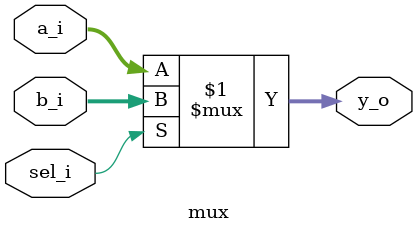
<source format=v>

`timescale 1ns/1ps

module mux (
  input   wire [7:0]    a_i,
  input   wire [7:0]    b_i,
  input   wire          sel_i,
  output  wire [7:0]    y_o
);

  // Write your logic here...
  assign y_o = sel_i ? b_i : a_i;

  
endmodule


</source>
